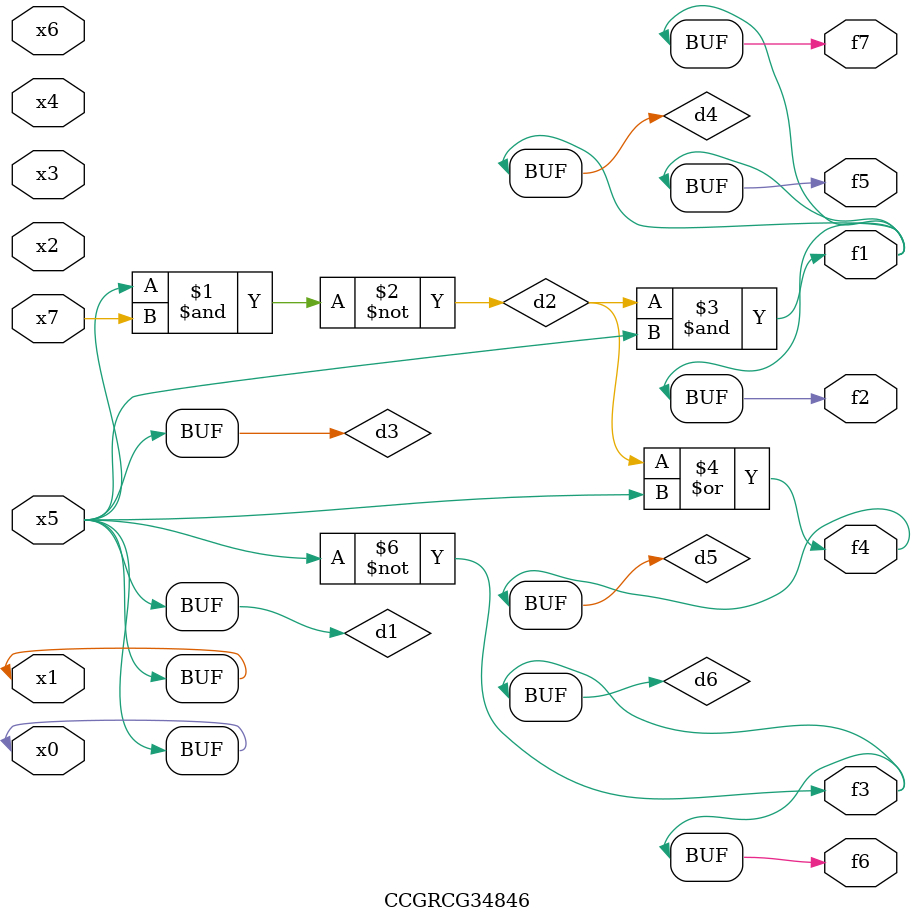
<source format=v>
module CCGRCG34846(
	input x0, x1, x2, x3, x4, x5, x6, x7,
	output f1, f2, f3, f4, f5, f6, f7
);

	wire d1, d2, d3, d4, d5, d6;

	buf (d1, x0, x5);
	nand (d2, x5, x7);
	buf (d3, x0, x1);
	and (d4, d2, d3);
	or (d5, d2, d3);
	nor (d6, d1, d3);
	assign f1 = d4;
	assign f2 = d4;
	assign f3 = d6;
	assign f4 = d5;
	assign f5 = d4;
	assign f6 = d6;
	assign f7 = d4;
endmodule

</source>
